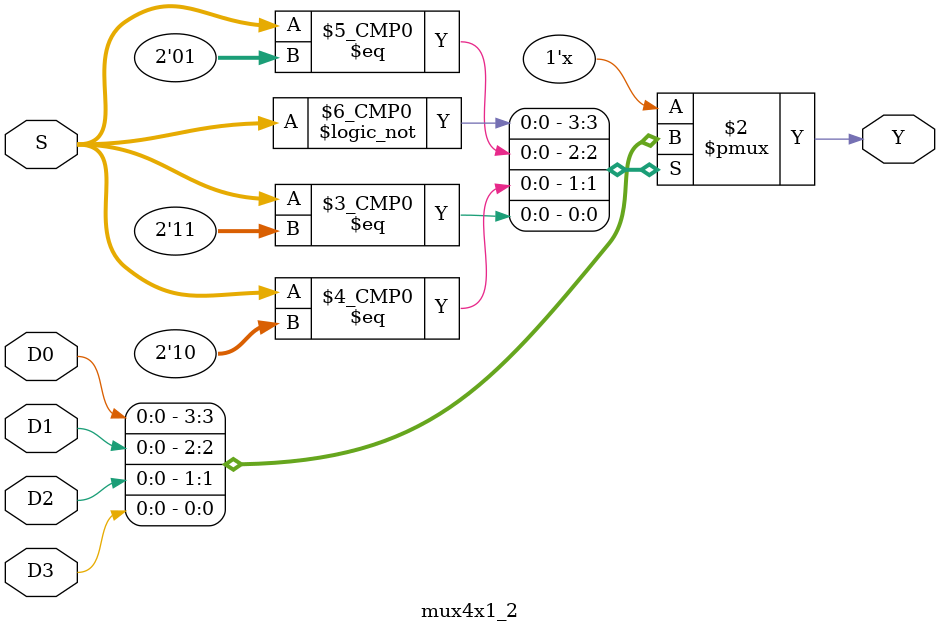
<source format=v>
module mux4x1_2 (
    input D0, D1, D2, D3,
    input [1:0] S,
    output reg Y
);
    always @ (D0, D1, D2, D3, S) begin
        case (S)
            2'b00: Y = D0; // Se S = 00, a saída é D0
            2'b01: Y = D1; // Se S = 01, a saída é D1
            2'b10: Y = D2; // Se S = 10, a saída é D2
            2'b11: Y = D3; // Se S = 11, a saída é D3
            default: Y = 1'b0; // Caso contrário , a saída será 0
        endcase
    end
endmodule
</source>
